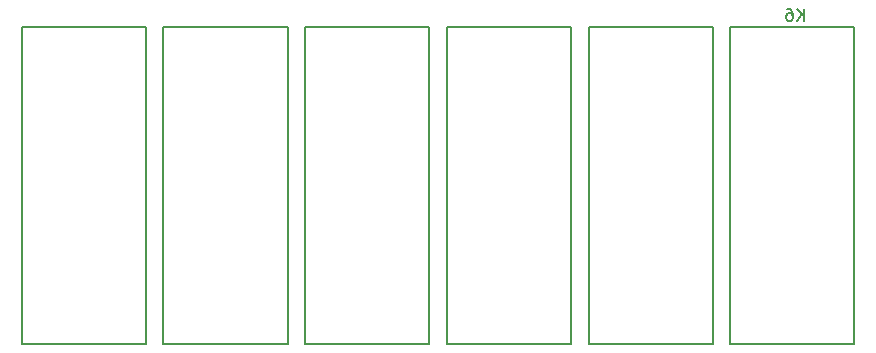
<source format=gbr>
G04 #@! TF.FileFunction,Legend,Bot*
%FSLAX46Y46*%
G04 Gerber Fmt 4.6, Leading zero omitted, Abs format (unit mm)*
G04 Created by KiCad (PCBNEW 4.0.2-2.fc24-product) date Fri 09 Sep 2016 11:29:58 AEST*
%MOMM*%
G01*
G04 APERTURE LIST*
%ADD10C,0.100000*%
%ADD11C,0.150000*%
G04 APERTURE END LIST*
D10*
D11*
X162500000Y-79300000D02*
X173000000Y-79300000D01*
X162500000Y-52500000D02*
X162500000Y-79300000D01*
X173000000Y-52500000D02*
X162500000Y-52500000D01*
X173000000Y-79300000D02*
X173000000Y-52500000D01*
X198500000Y-79300000D02*
X209000000Y-79300000D01*
X198500000Y-52500000D02*
X198500000Y-79300000D01*
X209000000Y-52500000D02*
X198500000Y-52500000D01*
X209000000Y-79300000D02*
X209000000Y-52500000D01*
X174500000Y-79300000D02*
X185000000Y-79300000D01*
X174500000Y-52500000D02*
X174500000Y-79300000D01*
X185000000Y-52500000D02*
X174500000Y-52500000D01*
X185000000Y-79300000D02*
X185000000Y-52500000D01*
X150500000Y-79300000D02*
X161000000Y-79300000D01*
X150500000Y-52500000D02*
X150500000Y-79300000D01*
X161000000Y-52500000D02*
X150500000Y-52500000D01*
X161000000Y-79300000D02*
X161000000Y-52500000D01*
X186500000Y-79300000D02*
X197000000Y-79300000D01*
X186500000Y-52500000D02*
X186500000Y-79300000D01*
X197000000Y-52500000D02*
X186500000Y-52500000D01*
X197000000Y-79300000D02*
X197000000Y-52500000D01*
X210500000Y-79300000D02*
X221000000Y-79300000D01*
X210500000Y-52500000D02*
X210500000Y-79300000D01*
X221000000Y-52500000D02*
X210500000Y-52500000D01*
X221000000Y-79300000D02*
X221000000Y-52500000D01*
X216738095Y-51952381D02*
X216738095Y-50952381D01*
X216166666Y-51952381D02*
X216595238Y-51380952D01*
X216166666Y-50952381D02*
X216738095Y-51523810D01*
X215309523Y-50952381D02*
X215500000Y-50952381D01*
X215595238Y-51000000D01*
X215642857Y-51047619D01*
X215738095Y-51190476D01*
X215785714Y-51380952D01*
X215785714Y-51761905D01*
X215738095Y-51857143D01*
X215690476Y-51904762D01*
X215595238Y-51952381D01*
X215404761Y-51952381D01*
X215309523Y-51904762D01*
X215261904Y-51857143D01*
X215214285Y-51761905D01*
X215214285Y-51523810D01*
X215261904Y-51428571D01*
X215309523Y-51380952D01*
X215404761Y-51333333D01*
X215595238Y-51333333D01*
X215690476Y-51380952D01*
X215738095Y-51428571D01*
X215785714Y-51523810D01*
M02*

</source>
